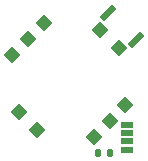
<source format=gbr>
%TF.GenerationSoftware,KiCad,Pcbnew,7.0.6*%
%TF.CreationDate,2024-02-16T19:59:29+01:00*%
%TF.ProjectId,minitari,6d696e69-7461-4726-992e-6b696361645f,rev?*%
%TF.SameCoordinates,Original*%
%TF.FileFunction,Paste,Top*%
%TF.FilePolarity,Positive*%
%FSLAX46Y46*%
G04 Gerber Fmt 4.6, Leading zero omitted, Abs format (unit mm)*
G04 Created by KiCad (PCBNEW 7.0.6) date 2024-02-16 19:59:29*
%MOMM*%
%LPD*%
G01*
G04 APERTURE LIST*
G04 Aperture macros list*
%AMRoundRect*
0 Rectangle with rounded corners*
0 $1 Rounding radius*
0 $2 $3 $4 $5 $6 $7 $8 $9 X,Y pos of 4 corners*
0 Add a 4 corners polygon primitive as box body*
4,1,4,$2,$3,$4,$5,$6,$7,$8,$9,$2,$3,0*
0 Add four circle primitives for the rounded corners*
1,1,$1+$1,$2,$3*
1,1,$1+$1,$4,$5*
1,1,$1+$1,$6,$7*
1,1,$1+$1,$8,$9*
0 Add four rect primitives between the rounded corners*
20,1,$1+$1,$2,$3,$4,$5,0*
20,1,$1+$1,$4,$5,$6,$7,0*
20,1,$1+$1,$6,$7,$8,$9,0*
20,1,$1+$1,$8,$9,$2,$3,0*%
%AMRotRect*
0 Rectangle, with rotation*
0 The origin of the aperture is its center*
0 $1 length*
0 $2 width*
0 $3 Rotation angle, in degrees counterclockwise*
0 Add horizontal line*
21,1,$1,$2,0,0,$3*%
G04 Aperture macros list end*
%ADD10RotRect,0.550000X1.500000X135.000000*%
%ADD11RoundRect,0.147500X0.147500X0.172500X-0.147500X0.172500X-0.147500X-0.172500X0.147500X-0.172500X0*%
%ADD12R,1.000000X0.500000*%
%ADD13RotRect,1.000000X1.000000X225.000000*%
G04 APERTURE END LIST*
D10*
%TO.C,SW3*%
X125066726Y-67996016D03*
X122733274Y-65733274D03*
%TD*%
D11*
%TO.C,D1*%
X122885000Y-77600000D03*
X121915000Y-77600000D03*
%TD*%
D12*
%TO.C,J3*%
X124300000Y-77275000D03*
X124300000Y-76575000D03*
X124300000Y-75875000D03*
X124300000Y-75175000D03*
%TD*%
D13*
%TO.C,SW1*%
X124208326Y-73521320D03*
X122864823Y-74864823D03*
X121521320Y-76208326D03*
X116712994Y-75642641D03*
X115157359Y-74087006D03*
X114591674Y-69278680D03*
X115935177Y-67935177D03*
X117278680Y-66591674D03*
X122087006Y-67157359D03*
X123642641Y-68712994D03*
%TD*%
M02*

</source>
